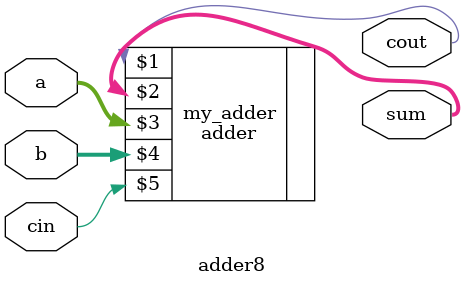
<source format=v>
`include "scaleabl.v"


module adder8(cout, sum, a, b, cin);
output cout;
output [7: 0] sum;
input [7: 0] a, b;
input cin;

adder my_adder (cout, sum, a, b, cin);
defparam my_adder.size = 8;

endmodule

</source>
